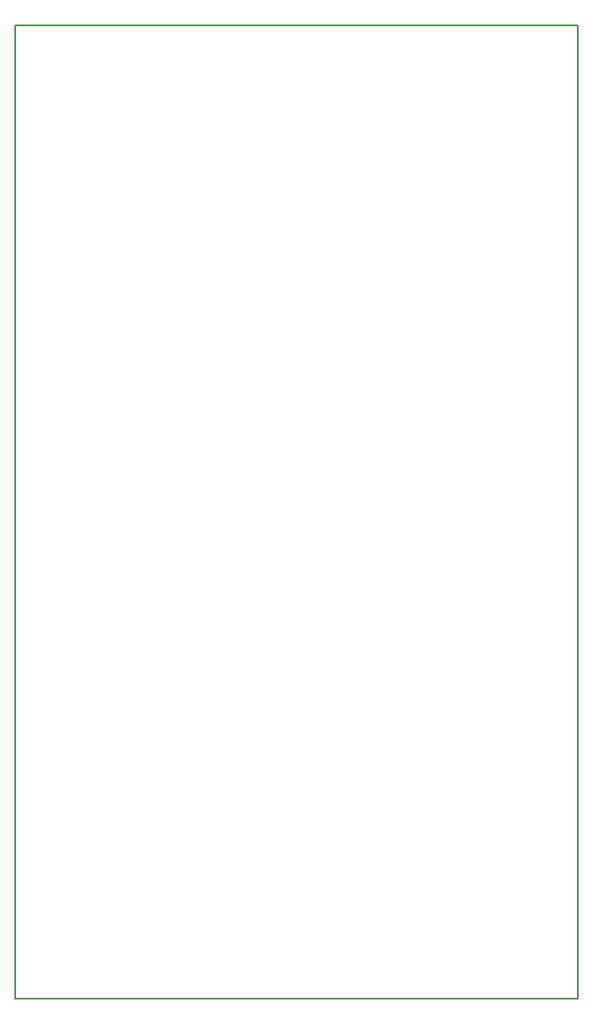
<source format=gm1>
G04 MADE WITH FRITZING*
G04 WWW.FRITZING.ORG*
G04 DOUBLE SIDED*
G04 HOLES PLATED*
G04 CONTOUR ON CENTER OF CONTOUR VECTOR*
%ASAXBY*%
%FSLAX23Y23*%
%MOIN*%
%OFA0B0*%
%SFA1.0B1.0*%
%ADD10R,2.230650X3.848470*%
%ADD11C,0.008000*%
%ADD10C,0.008*%
%LNCONTOUR*%
G90*
G70*
G54D10*
G54D11*
X4Y3844D02*
X2227Y3844D01*
X2227Y4D01*
X4Y4D01*
X4Y3844D01*
D02*
G04 End of contour*
M02*
</source>
